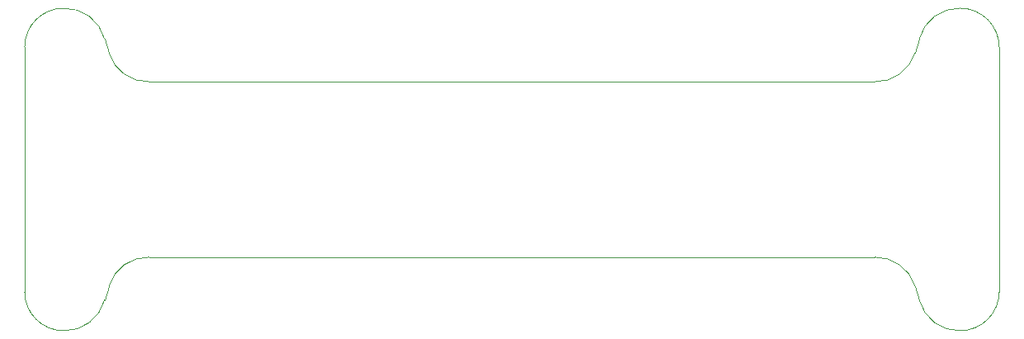
<source format=gm1>
G04 #@! TF.GenerationSoftware,KiCad,Pcbnew,(6.0.8)*
G04 #@! TF.CreationDate,2022-11-19T16:18:39-06:00*
G04 #@! TF.ProjectId,NavBoard_Hardware,4e617642-6f61-4726-945f-486172647761,rev?*
G04 #@! TF.SameCoordinates,Original*
G04 #@! TF.FileFunction,Profile,NP*
%FSLAX46Y46*%
G04 Gerber Fmt 4.6, Leading zero omitted, Abs format (unit mm)*
G04 Created by KiCad (PCBNEW (6.0.8)) date 2022-11-19 16:18:39*
%MOMM*%
%LPD*%
G01*
G04 APERTURE LIST*
G04 #@! TA.AperFunction,Profile*
%ADD10C,0.050000*%
G04 #@! TD*
G04 APERTURE END LIST*
D10*
X188800000Y-111050001D02*
G75*
G03*
X193000000Y-114200000I4074300J1057401D01*
G01*
X105200000Y-84250000D02*
G75*
G03*
X101000000Y-81100000I-4074300J-1057400D01*
G01*
X197000000Y-85100000D02*
G75*
G03*
X193000000Y-81100000I-4000000J0D01*
G01*
X184199998Y-88650082D02*
G75*
G03*
X188350000Y-85700000I125502J4217482D01*
G01*
X193000000Y-114200000D02*
G75*
G03*
X197000000Y-110200000I0J4000000D01*
G01*
X197000000Y-85100000D02*
X197000000Y-110200000D01*
X184200000Y-106650000D02*
X109800000Y-106650000D01*
X97000000Y-110200000D02*
G75*
G03*
X101000000Y-114200000I4000000J0D01*
G01*
X188799999Y-111050001D02*
X188350000Y-109600001D01*
X105200000Y-84250000D02*
X105650000Y-85700000D01*
X188349922Y-109600025D02*
G75*
G03*
X184200000Y-106650000I-4024422J-1267375D01*
G01*
X188350000Y-85700000D02*
X188800000Y-84250000D01*
X101000000Y-81100000D02*
G75*
G03*
X97000000Y-85100000I0J-4000000D01*
G01*
X109800000Y-106649989D02*
G75*
G03*
X105650000Y-109600001I-125500J-4217511D01*
G01*
X105650000Y-109600001D02*
X105200001Y-111050001D01*
X109800000Y-88650000D02*
X184200000Y-88650000D01*
X193000000Y-81100000D02*
G75*
G03*
X188800000Y-84250000I-125700J-4207400D01*
G01*
X105650078Y-85699975D02*
G75*
G03*
X109800000Y-88650000I4024422J1267375D01*
G01*
X97000000Y-110200000D02*
X97000000Y-85100000D01*
X101000000Y-114200002D02*
G75*
G03*
X105200001Y-111050001I125700J4207402D01*
G01*
M02*

</source>
